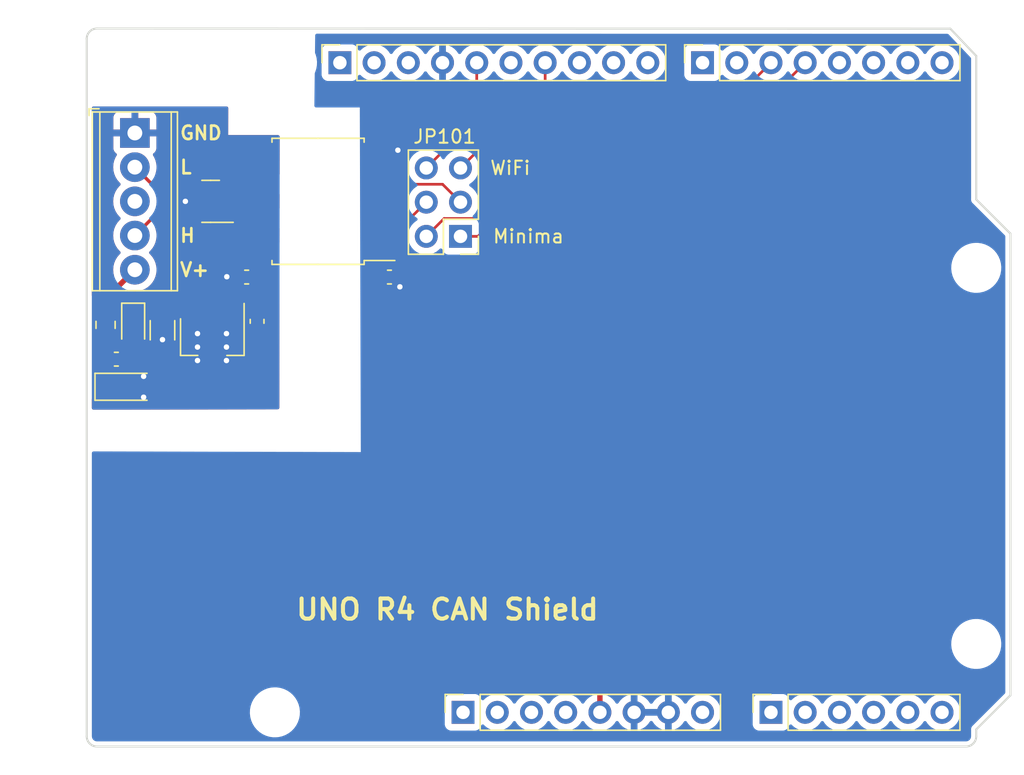
<source format=kicad_pcb>
(kicad_pcb (version 20221018) (generator pcbnew)
  (title_block (date "mar. 31 mars 2015"))
  (layers (0 "F.Cu" signal) (31 "B.Cu" signal) (34 "B.Paste" user) (35 "F.Paste" user) (36 "B.SilkS" user "B.Silkscreen") (37 "F.SilkS" user "F.Silkscreen") (38 "B.Mask" user) (39 "F.Mask" user) (44 "Edge.Cuts" user))
  (net 0 "")
  (net 1 "GND")
  (net 2 "Net-(D102-K)")
  (net 3 "+5V")
  (net 4 "/IOREF")
  (net 5 "/A0")
  (net 6 "/A1")
  (net 7 "/A2")
  (net 8 "/A3")
  (net 9 "/SDA{slash}A4")
  (net 10 "/SCL{slash}A5")
  (net 11 "/12")
  (net 12 "/AREF")
  (net 13 "/8")
  (net 14 "/7")
  (net 15 "/4")
  (net 16 "/2")
  (net 17 "/TX{slash}1")
  (net 18 "/RX{slash}0")
  (net 19 "+3V3")
  (net 20 "/~{RESET}")
  (net 22 "V_{IN}")
  (net 23 "/CAN_H")
  (net 24 "/CAN_L")
  (net 25 "/CAN_V+")
  (net 26 "/CAN_RX")
  (net 27 "/CAN_TX")
  (net 28 "/13")
  (net 29 "/~11")
  (net 30 "/~10")
  (net 31 "/~9")
  (net 32 "/~6")
  (net 33 "/~5")
  (net 34 "/~3")
  (net 35 "GNDCAN")
  (net 36 "/CAN_V_{PROT}")
  (net 37 "VCAN")
  (footprint "Connector_PinSocket_2.54mm:PinSocket_1x08_P2.54mm_Vertical" (layer "F.Cu") (at 127.94 97.46 90)
    (fp_text reference "J102" hide)
    (fp_text value "Power")
    (fp_line (start -1.33 1.27) (end -1.33 19.11) (stroke (width 0.12)) (layer "F.SilkS"))
    (fp_line (start -1.33 1.27) (end 1.33 1.27) (stroke (width 0.12)) (layer "F.SilkS"))
    (fp_line (start -1.33 19.11) (end 1.33 19.11) (stroke (width 0.12)) (layer "F.SilkS"))
    (fp_line (start 0 -1.33) (end 1.33 -1.33) (stroke (width 0.12)) (layer "F.SilkS"))
    (fp_line (start 1.33 -1.33) (end 1.33 0) (stroke (width 0.12)) (layer "F.SilkS"))
    (fp_line (start 1.33 1.27) (end 1.33 19.11) (stroke (width 0.12)) (layer "F.SilkS"))
    (pad "1" thru_hole rect locked (at 0 0 90) (size 1.7 1.7) (drill 1) (layers "*.Cu" "*.Mask"))
    (pad "2" thru_hole oval locked (at 0 2.54 90) (size 1.7 1.7) (drill 1) (layers "*.Cu" "*.Mask") (net 4 "/IOREF"))
    (pad "3" thru_hole oval locked (at 0 5.08 90) (size 1.7 1.7) (drill 1) (layers "*.Cu" "*.Mask") (net 20 "/~{RESET}"))
    (pad "4" thru_hole oval locked (at 0 7.62 90) (size 1.7 1.7) (drill 1) (layers "*.Cu" "*.Mask") (net 19 "+3V3"))
    (pad "5" thru_hole oval locked (at 0 10.16 90) (size 1.7 1.7) (drill 1) (layers "*.Cu" "*.Mask") (net 3 "+5V"))
    (pad "6" thru_hole oval locked (at 0 12.7 90) (size 1.7 1.7) (drill 1) (layers "*.Cu" "*.Mask") (net 1 "GND"))
    (pad "7" thru_hole oval locked (at 0 15.24 90) (size 1.7 1.7) (drill 1) (layers "*.Cu" "*.Mask") (net 1 "GND"))
    (pad "8" thru_hole oval locked (at 0 17.78 90) (size 1.7 1.7) (drill 1) (layers "*.Cu" "*.Mask") (net 22 "V_{IN}"))
  )
  (footprint "Connector_PinSocket_2.54mm:PinSocket_1x06_P2.54mm_Vertical" (layer "F.Cu") (at 150.8 97.46 90)
    (fp_text reference "J103" hide)
    (fp_text value "Analog")
    (fp_line (start -1.33 1.27) (end -1.33 14.03) (stroke (width 0.12)) (layer "F.SilkS"))
    (fp_line (start -1.33 1.27) (end 1.33 1.27) (stroke (width 0.12)) (layer "F.SilkS"))
    (fp_line (start -1.33 14.03) (end 1.33 14.03) (stroke (width 0.12)) (layer "F.SilkS"))
    (fp_line (start 0 -1.33) (end 1.33 -1.33) (stroke (width 0.12)) (layer "F.SilkS"))
    (fp_line (start 1.33 -1.33) (end 1.33 0) (stroke (width 0.12)) (layer "F.SilkS"))
    (fp_line (start 1.33 1.27) (end 1.33 14.03) (stroke (width 0.12)) (layer "F.SilkS"))
    (pad "1" thru_hole rect locked (at 0 0 90) (size 1.7 1.7) (drill 1) (layers "*.Cu" "*.Mask") (net 5 "/A0"))
    (pad "2" thru_hole oval locked (at 0 2.54 90) (size 1.7 1.7) (drill 1) (layers "*.Cu" "*.Mask") (net 6 "/A1"))
    (pad "3" thru_hole oval locked (at 0 5.08 90) (size 1.7 1.7) (drill 1) (layers "*.Cu" "*.Mask") (net 7 "/A2"))
    (pad "4" thru_hole oval locked (at 0 7.62 90) (size 1.7 1.7) (drill 1) (layers "*.Cu" "*.Mask") (net 8 "/A3"))
    (pad "5" thru_hole oval locked (at 0 10.16 90) (size 1.7 1.7) (drill 1) (layers "*.Cu" "*.Mask"))
    (pad "6" thru_hole oval locked (at 0 12.7 90) (size 1.7 1.7) (drill 1) (layers "*.Cu" "*.Mask"))
  )
  (footprint "Connector_PinSocket_2.54mm:PinSocket_1x10_P2.54mm_Vertical" (layer "F.Cu") (at 118.796 49.2 90)
    (fp_text reference "J104" hide)
    (fp_text value "Digital/PWM")
    (fp_line (start -1.33 1.27) (end -1.33 24.19) (stroke (width 0.12)) (layer "F.SilkS"))
    (fp_line (start -1.33 1.27) (end 1.33 1.27) (stroke (width 0.12)) (layer "F.SilkS"))
    (fp_line (start -1.33 24.19) (end 1.33 24.19) (stroke (width 0.12)) (layer "F.SilkS"))
    (fp_line (start 0 -1.33) (end 1.33 -1.33) (stroke (width 0.12)) (layer "F.SilkS"))
    (fp_line (start 1.33 -1.33) (end 1.33 0) (stroke (width 0.12)) (layer "F.SilkS"))
    (fp_line (start 1.33 1.27) (end 1.33 24.19) (stroke (width 0.12)) (layer "F.SilkS"))
    (pad "1" thru_hole rect locked (at 0 0 90) (size 1.7 1.7) (drill 1) (layers "*.Cu" "*.Mask") (net 10 "/SCL{slash}A5"))
    (pad "2" thru_hole oval locked (at 0 2.54 90) (size 1.7 1.7) (drill 1) (layers "*.Cu" "*.Mask") (net 9 "/SDA{slash}A4"))
    (pad "3" thru_hole oval locked (at 0 5.08 90) (size 1.7 1.7) (drill 1) (layers "*.Cu" "*.Mask") (net 12 "/AREF"))
    (pad "4" thru_hole oval locked (at 0 7.62 90) (size 1.7 1.7) (drill 1) (layers "*.Cu" "*.Mask") (net 1 "GND"))
    (pad "5" thru_hole oval locked (at 0 10.16 90) (size 1.7 1.7) (drill 1) (layers "*.Cu" "*.Mask") (net 28 "/13"))
    (pad "6" thru_hole oval locked (at 0 12.7 90) (size 1.7 1.7) (drill 1) (layers "*.Cu" "*.Mask") (net 11 "/12"))
    (pad "7" thru_hole oval locked (at 0 15.24 90) (size 1.7 1.7) (drill 1) (layers "*.Cu" "*.Mask") (net 29 "/~11"))
    (pad "8" thru_hole oval locked (at 0 17.78 90) (size 1.7 1.7) (drill 1) (layers "*.Cu" "*.Mask") (net 30 "/~10"))
    (pad "9" thru_hole oval locked (at 0 20.32 90) (size 1.7 1.7) (drill 1) (layers "*.Cu" "*.Mask") (net 31 "/~9"))
    (pad "10" thru_hole oval locked (at 0 22.86 90) (size 1.7 1.7) (drill 1) (layers "*.Cu" "*.Mask") (net 13 "/8"))
  )
  (footprint "Connector_PinSocket_2.54mm:PinSocket_1x08_P2.54mm_Vertical" (layer "F.Cu") (at 145.72 49.2 90)
    (fp_text reference "J105" hide)
    (fp_text value "Digital/PWM")
    (fp_line (start -1.33 1.27) (end -1.33 19.11) (stroke (width 0.12)) (layer "F.SilkS"))
    (fp_line (start -1.33 1.27) (end 1.33 1.27) (stroke (width 0.12)) (layer "F.SilkS"))
    (fp_line (start -1.33 19.11) (end 1.33 19.11) (stroke (width 0.12)) (layer "F.SilkS"))
    (fp_line (start 0 -1.33) (end 1.33 -1.33) (stroke (width 0.12)) (layer "F.SilkS"))
    (fp_line (start 1.33 -1.33) (end 1.33 0) (stroke (width 0.12)) (layer "F.SilkS"))
    (fp_line (start 1.33 1.27) (end 1.33 19.11) (stroke (width 0.12)) (layer "F.SilkS"))
    (pad "1" thru_hole rect locked (at 0 0 90) (size 1.7 1.7) (drill 1) (layers "*.Cu" "*.Mask") (net 14 "/7"))
    (pad "2" thru_hole oval locked (at 0 2.54 90) (size 1.7 1.7) (drill 1) (layers "*.Cu" "*.Mask") (net 32 "/~6"))
    (pad "3" thru_hole oval locked (at 0 5.08 90) (size 1.7 1.7) (drill 1) (layers "*.Cu" "*.Mask") (net 33 "/~5"))
    (pad "4" thru_hole oval locked (at 0 7.62 90) (size 1.7 1.7) (drill 1) (layers "*.Cu" "*.Mask") (net 15 "/4"))
    (pad "5" thru_hole oval locked (at 0 10.16 90) (size 1.7 1.7) (drill 1) (layers "*.Cu" "*.Mask") (net 34 "/~3"))
    (pad "6" thru_hole oval locked (at 0 12.7 90) (size 1.7 1.7) (drill 1) (layers "*.Cu" "*.Mask") (net 16 "/2"))
    (pad "7" thru_hole oval locked (at 0 15.24 90) (size 1.7 1.7) (drill 1) (layers "*.Cu" "*.Mask") (net 17 "/TX{slash}1"))
    (pad "8" thru_hole oval locked (at 0 17.78 90) (size 1.7 1.7) (drill 1) (layers "*.Cu" "*.Mask") (net 18 "/RX{slash}0"))
  )
  (footprint "Capacitor_SMD:C_0603_1608Metric" (layer "F.Cu") (at 111.875 65.125 180)
    (fp_text reference "C104" hide)
    (fp_text value "100nF")
    (fp_line (start -0.14058 -0.51) (end 0.14058 -0.51) (stroke (width 0.12)) (layer "F.SilkS"))
    (fp_line (start -0.14058 0.51) (end 0.14058 0.51) (stroke (width 0.12)) (layer "F.SilkS"))
    (pad "1" smd roundrect (at -0.775 0 180) (size 0.9 0.95) (layers "F.Cu" "F.Paste" "F.Mask") (net 37 "VCAN"))
    (pad "2" smd roundrect (at 0.775 0 180) (size 0.9 0.95) (layers "F.Cu" "F.Paste" "F.Mask") (net 35 "GNDCAN"))
  )
  (footprint "Diode_SMD:D_SOD-323F" (layer "F.Cu") (at 103.45 68.675 -90)
    (fp_text reference "D102" hide)
    (fp_text value "1N5819WS")
    (fp_line (start -1.61 -0.85) (end -1.61 0.85) (stroke (width 0.12)) (layer "F.SilkS"))
    (fp_line (start -1.61 -0.85) (end 1.05 -0.85) (stroke (width 0.12)) (layer "F.SilkS"))
    (fp_line (start -1.61 0.85) (end 1.05 0.85) (stroke (width 0.12)) (layer "F.SilkS"))
    (pad "1" smd roundrect (at -1.1 0 270) (size 0.5 0.5) (layers "F.Cu" "F.Paste" "F.Mask") (net 2 "Net-(D102-K)"))
    (pad "2" smd roundrect (at 1.1 0 270) (size 0.5 0.5) (layers "F.Cu" "F.Paste" "F.Mask") (net 36 "/CAN_V_{PROT}"))
  )
  (footprint "Capacitor_SMD:C_0603_1608Metric" (layer "F.Cu") (at 112.65 68.4125 -90)
    (fp_text reference "C103" hide)
    (fp_text value "100nF")
    (fp_line (start -0.14058 -0.51) (end 0.14058 -0.51) (stroke (width 0.12)) (layer "F.SilkS"))
    (fp_line (start -0.14058 0.51) (end 0.14058 0.51) (stroke (width 0.12)) (layer "F.SilkS"))
    (pad "1" smd roundrect (at -0.775 0 270) (size 0.9 0.95) (layers "F.Cu" "F.Paste" "F.Mask") (net 37 "VCAN"))
    (pad "2" smd roundrect (at 0.775 0 270) (size 0.9 0.95) (layers "F.Cu" "F.Paste" "F.Mask") (net 35 "GNDCAN"))
  )
  (footprint "Package_TO_SOT_SMD:SOT-23" (layer "F.Cu") (at 109.2 59.5 180)
    (fp_text reference "D103" hide)
    (fp_text value "PESD2CAN")
    (fp_line (start 0 -1.56) (end -1.675 -1.56) (stroke (width 0.12)) (layer "F.SilkS"))
    (fp_line (start 0 -1.56) (end 0.65 -1.56) (stroke (width 0.12)) (layer "F.SilkS"))
    (fp_line (start 0 1.56) (end -0.65 1.56) (stroke (width 0.12)) (layer "F.SilkS"))
    (fp_line (start 0 1.56) (end 0.65 1.56) (stroke (width 0.12)) (layer "F.SilkS"))
    (pad "1" smd roundrect (at -0.9375 -0.95 180) (size 1.475 0.6) (layers "F.Cu" "F.Paste" "F.Mask") (net 23 "/CAN_H"))
    (pad "2" smd roundrect (at -0.9375 0.95 180) (size 1.475 0.6) (layers "F.Cu" "F.Paste" "F.Mask") (net 24 "/CAN_L"))
    (pad "3" smd roundrect (at 0.9375 0 180) (size 1.475 0.6) (layers "F.Cu" "F.Paste" "F.Mask") (net 35 "GNDCAN"))
  )
  (footprint "Package_TO_SOT_SMD:SOT-89-3" (layer "F.Cu") (at 109.325 69.5875 -90)
    (fp_text reference "U101" hide)
    (fp_text value "L78L05_SOT89")
    (fp_line (start -2.5 -2.36) (end 1.36 -2.36) (stroke (width 0.12)) (layer "F.SilkS"))
    (fp_line (start 1.36 -2.36) (end 1.36 -1.08) (stroke (width 0.12)) (layer "F.SilkS"))
    (fp_line (start 1.36 1.08) (end 1.36 2.36) (stroke (width 0.12)) (layer "F.SilkS"))
    (fp_line (start 1.36 2.36) (end -1.36 2.36) (stroke (width 0.12)) (layer "F.SilkS"))
    (pad "1" smd rect (at -1.95 -1.5 270) (size 1.3 0.9) (layers "F.Cu" "F.Paste" "F.Mask") (net 37 "VCAN"))
    (pad "2" smd custom (at -1.8625 0 270) (size 1.475 0.9) (layers "F.Cu" "F.Paste" "F.Mask") (net 35 "GNDCAN") (options (clearance outline) (anchor rect)) (primitives (gr_poly (pts (xy 3.8625 0.8665) (xy 0.7375 0.8665) (xy 0.7375 -0.8665) (xy 3.8625 -0.8665)) (width 0) (fill yes))))
    (pad "3" smd rect (at -1.95 1.5 270) (size 1.3 0.9) (layers "F.Cu" "F.Paste" "F.Mask") (net 2 "Net-(D102-K)"))
  )
  (footprint "TerminalBlock_Phoenix:TerminalBlock_Phoenix_MPT-0,5-5-2.54_1x05_P2.54mm_Horizontal" (layer "F.Cu") (at 103.575 54.42 -90)
    (fp_text reference "J101" hide)
    (fp_text value "CANOpen")
    (fp_line (start -1.8 2.66) (end -1.8 3.4) (stroke (width 0.12)) (layer "F.SilkS"))
    (fp_line (start -1.8 3.4) (end -1.3 3.4) (stroke (width 0.12)) (layer "F.SilkS"))
    (fp_line (start -1.56 -3.16) (end -1.56 3.16) (stroke (width 0.12)) (layer "F.SilkS"))
    (fp_line (start -1.56 -3.16) (end 11.72 -3.16) (stroke (width 0.12)) (layer "F.SilkS"))
    (fp_line (start -1.56 -2.7) (end 11.72 -2.7) (stroke (width 0.12)) (layer "F.SilkS"))
    (fp_line (start -1.56 2.6) (end 11.72 2.6) (stroke (width 0.12)) (layer "F.SilkS"))
    (fp_line (start -1.56 3.16) (end 11.72 3.16) (stroke (width 0.12)) (layer "F.SilkS"))
    (fp_line (start 11.72 -3.16) (end 11.72 3.16) (stroke (width 0.12)) (layer "F.SilkS"))
    (pad "1" thru_hole rect (at 0 0 270) (size 2.2 2.2) (drill 1.1) (layers "*.Cu" "*.Mask") (net 35 "GNDCAN"))
    (pad "2" thru_hole circle (at 2.54 0 270) (size 2.2 2.2) (drill 1.1) (layers "*.Cu" "*.Mask") (net 24 "/CAN_L"))
    (pad "3" thru_hole circle (at 5.08 0 270) (size 2.2 2.2) (drill 1.1) (layers "*.Cu" "*.Mask"))
    (pad "4" thru_hole circle (at 7.62 0 270) (size 2.2 2.2) (drill 1.1) (layers "*.Cu" "*.Mask") (net 23 "/CAN_H"))
    (pad "5" thru_hole circle (at 10.16 0 270) (size 2.2 2.2) (drill 1.1) (layers "*.Cu" "*.Mask") (net 25 "/CAN_V+"))
  )
  (footprint "Arduino_MountingHole:MountingHole_3.2mm" (layer "F.Cu") (at 115.24 49.2)
    (fp_text reference "MH1" hide)
    (fp_text value "MountingHole_3.2mm" hide)
    (pad "" np_thru_hole circle locked (at 0 0) (size 3.2 3.2) (drill 3.2) (layers "*.Cu" "*.Mask"))
  )
  (footprint "Diode_SMD:D_SOD-123F" (layer "F.Cu") (at 102.825 73.275)
    (fp_text reference "D101" hide)
    (fp_text value "SMF30CA")
    (fp_line (start -2.21 -1) (end -2.21 1) (stroke (width 0.12)) (layer "F.SilkS"))
    (fp_line (start -2.21 -1) (end 1.65 -1) (stroke (width 0.12)) (layer "F.SilkS"))
    (fp_line (start -2.21 1) (end 1.65 1) (stroke (width 0.12)) (layer "F.SilkS"))
    (pad "1" smd roundrect (at -1.4 0) (size 1.1 1.1) (layers "F.Cu" "F.Paste" "F.Mask") (roundrect_rratio 0.2272727273) (net 36 "/CAN_V_{PROT}"))
    (pad "2" smd roundrect (at 1.4 0) (size 1.1 1.1) (layers "F.Cu" "F.Paste" "F.Mask") (roundrect_rratio 0.2272727273) (net 35 "GNDCAN"))
  )
  (footprint "Fuse:Fuse_0805_2012Metric" (layer "F.Cu") (at 101.4 68.675 90)
    (fp_text reference "F101" hide)
    (fp_text value "2.5A")
    (fp_line (start -0.258578 -0.71) (end 0.258578 -0.71) (stroke (width 0.12)) (layer "F.SilkS"))
    (fp_line (start -0.258578 0.71) (end 0.258578 0.71) (stroke (width 0.12)) (layer "F.SilkS"))
    (pad "1" smd roundrect (at -0.9375 0 90) (size 0.975 1.4) (layers "F.Cu" "F.Paste" "F.Mask") (net 36 "/CAN_V_{PROT}"))
    (pad "2" smd roundrect (at 0.9375 0 90) (size 0.975 1.4) (layers "F.Cu" "F.Paste" "F.Mask") (net 25 "/CAN_V+"))
  )
  (footprint "Capacitor_SMD:C_0603_1608Metric" (layer "F.Cu") (at 122.475 65.125 180)
    (fp_text reference "C105" hide)
    (fp_text value "100nF")
    (fp_line (start -0.14058 -0.51) (end 0.14058 -0.51) (stroke (width 0.12)) (layer "F.SilkS"))
    (fp_line (start -0.14058 0.51) (end 0.14058 0.51) (stroke (width 0.12)) (layer "F.SilkS"))
    (pad "1" smd roundrect (at -0.775 0 180) (size 0.9 0.95) (layers "F.Cu" "F.Paste" "F.Mask") (net 1 "GND"))
    (pad "2" smd roundrect (at 0.775 0 180) (size 0.9 0.95) (layers "F.Cu" "F.Paste" "F.Mask") (net 3 "+5V"))
  )
  (footprint "Package_SO:SOP-8_6.62x9.15mm_P2.54mm" (layer "F.Cu") (at 117.175 59.5 180)
    (fp_text reference "U102" hide)
    (fp_text value "ISO1050DUB")
    (fp_line (start -3.42 -4.685) (end -3.42 -4.395) (stroke (width 0.12)) (layer "F.SilkS"))
    (fp_line (start -3.42 -4.395) (end -5.7 -4.395) (stroke (width 0.12)) (layer "F.SilkS"))
    (fp_line (start -3.42 4.685) (end -3.42 4.395) (stroke (width 0.12)) (layer "F.SilkS"))
    (fp_line (start 0 -4.685) (end -3.42 -4.685) (stroke (width 0.12)) (layer "F.SilkS"))
    (fp_line (start 0 -4.685) (end 3.42 -4.685) (stroke (width 0.12)) (layer "F.SilkS"))
    (fp_line (start 0 4.685) (end -3.42 4.685) (stroke (width 0.12)) (layer "F.SilkS"))
    (fp_line (start 0 4.685) (end 3.42 4.685) (stroke (width 0.12)) (layer "F.SilkS"))
    (fp_line (start 3.42 -4.685) (end 3.42 -4.395) (stroke (width 0.12)) (layer "F.SilkS"))
    (fp_line (start 3.42 4.685) (end 3.42 4.395) (stroke (width 0.12)) (layer "F.SilkS"))
    (pad "1" smd roundrect (at -4.525 -3.81 180) (size 2.35 0.65) (layers "F.Cu" "F.Paste" "F.Mask") (net 3 "+5V"))
    (pad "2" smd roundrect (at -4.525 -1.27 180) (size 2.35 0.65) (layers "F.Cu" "F.Paste" "F.Mask") (net 26 "/CAN_RX"))
    (pad "3" smd roundrect (at -4.525 1.27 180) (size 2.35 0.65) (layers "F.Cu" "F.Paste" "F.Mask") (net 27 "/CAN_TX"))
    (pad "4" smd roundrect (at -4.525 3.81 180) (size 2.35 0.65) (layers "F.Cu" "F.Paste" "F.Mask") (net 1 "GND"))
    (pad "5" smd roundrect (at 4.525 3.81 180) (size 2.35 0.65) (layers "F.Cu" "F.Paste" "F.Mask") (net 35 "GNDCAN"))
    (pad "6" smd roundrect (at 4.525 1.27 180) (size 2.35 0.65) (layers "F.Cu" "F.Paste" "F.Mask") (net 24 "/CAN_L"))
    (pad "7" smd roundrect (at 4.525 -1.27 180) (size 2.35 0.65) (layers "F.Cu" "F.Paste" "F.Mask") (net 23 "/CAN_H"))
    (pad "8" smd roundrect (at 4.525 -3.81 180) (size 2.35 0.65) (layers "F.Cu" "F.Paste" "F.Mask") (net 37 "VCAN"))
  )
  (footprint "Connector_PinHeader_2.54mm:PinHeader_2x03_P2.54mm_Vertical" (layer "F.Cu") (at 127.75 62.1 180)
    (fp_text reference "JP101" (at 1.183 7.411) (layer "F.SilkS"))
    (fp_text value "Minima/WiFi")
    (fp_line (start -1.33 -1.33) (end 0 -1.33) (stroke (width 0.12)) (layer "F.SilkS"))
    (fp_line (start -1.33 0) (end -1.33 -1.33) (stroke (width 0.12)) (layer "F.SilkS"))
    (fp_line (start -1.33 1.27) (end -1.33 6.41) (stroke (width 0.12)) (layer "F.SilkS"))
    (fp_line (start -1.33 1.27) (end 1.27 1.27) (stroke (width 0.12)) (layer "F.SilkS"))
    (fp_line (start -1.33 6.41) (end 3.87 6.41) (stroke (width 0.12)) (layer "F.SilkS"))
    (fp_line (start 1.27 -1.33) (end 3.87 -1.33) (stroke (width 0.12)) (layer "F.SilkS"))
    (fp_line (start 1.27 1.27) (end 1.27 -1.33) (stroke (width 0.12)) (layer "F.SilkS"))
    (fp_line (start 3.87 -1.33) (end 3.87 6.41) (stroke (width 0.12)) (layer "F.SilkS"))
    (pad "1" thru_hole rect (at 0 0 180) (size 1.7 1.7) (drill 1) (layers "*.Cu" "*.Mask") (net 15 "/4"))
    (pad "2" thru_hole oval (at 2.54 0 180) (size 1.7 1.7) (drill 1) (layers "*.Cu" "*.Mask") (net 33 "/~5"))
    (pad "3" thru_hole oval (at 0 2.54 180) (size 1.7 1.7) (drill 1) (layers "*.Cu" "*.Mask") (net 27 "/CAN_TX"))
    (pad "4" thru_hole oval (at 2.54 2.54 180) (size 1.7 1.7) (drill 1) (layers "*.Cu" "*.Mask") (net 26 "/CAN_RX"))
    (pad "5" thru_hole oval (at 0 5.08 180) (size 1.7 1.7) (drill 1) (layers "*.Cu" "*.Mask") (net 29 "/~11"))
    (pad "6" thru_hole oval (at 2.54 5.08 180) (size 1.7 1.7) (drill 1) (layers "*.Cu" "*.Mask") (net 28 "/13"))
  )
  (footprint "Arduino_MountingHole:MountingHole_3.2mm" (layer "F.Cu") (at 113.97 97.46)
    (fp_text reference "MH2" hide)
    (fp_text value "MountingHole_3.2mm" hide)
    (pad "" np_thru_hole circle locked (at 0 0) (size 3.2 3.2) (drill 3.2) (layers "*.Cu" "*.Mask"))
  )
  (footprint "Capacitor_SMD:C_0603_1608Metric" (layer "F.Cu") (at 102.2 71.225)
    (fp_text reference "C101" hide)
    (fp_text value "10nF 50V")
    (fp_line (start -0.14058 -0.51) (end 0.14058 -0.51) (stroke (width 0.12)) (layer "F.SilkS"))
    (fp_line (start -0.14058 0.51) (end 0.14058 0.51) (stroke (width 0.12)) (layer "F.SilkS"))
    (pad "1" smd roundrect (at -0.775 0) (size 0.9 0.95) (layers "F.Cu" "F.Paste" "F.Mask") (net 36 "/CAN_V_{PROT}"))
    (pad "2" smd roundrect (at 0.775 0) (size 0.9 0.95) (layers "F.Cu" "F.Paste" "F.Mask") (net 35 "GNDCAN"))
  )
  (footprint "Arduino_MountingHole:MountingHole_3.2mm" (layer "F.Cu") (at 166.04 64.44)
    (fp_text reference "MH3" hide)
    (fp_text value "MountingHole_3.2mm" hide)
    (pad "" np_thru_hole circle locked (at 0 0) (size 3.2 3.2) (drill 3.2) (layers "*.Cu" "*.Mask"))
  )
  (footprint "Arduino_MountingHole:MountingHole_3.2mm" (layer "F.Cu") (at 166.04 92.38)
    (fp_text reference "MH4" hide)
    (fp_text value "MountingHole_3.2mm" hide)
    (pad "" np_thru_hole circle locked (at 0 0) (size 3.2 3.2) (drill 3.2) (layers "*.Cu" "*.Mask"))
  )
  (footprint "Capacitor_SMD:C_1206_3216Metric" (layer "F.Cu") (at 105.625 69.075 -90)
    (fp_text reference "C102" hide)
    (fp_text value "1µF 50V")
    (fp_line (start -0.711252 -0.91) (end 0.711252 -0.91) (stroke (width 0.12)) (layer "F.SilkS"))
    (fp_line (start -0.711252 0.91) (end 0.711252 0.91) (stroke (width 0.12)) (layer "F.SilkS"))
    (pad "1" smd roundrect (at -1.475 0 270) (size 1.15 1.8) (layers "F.Cu" "F.Paste" "F.Mask") (roundrect_rratio 0.2173913043) (net 2 "Net-(D102-K)"))
    (pad "2" smd roundrect (at 1.475 0 270) (size 1.15 1.8) (layers "F.Cu" "F.Paste" "F.Mask") (roundrect_rratio 0.2173913043) (net 35 "GNDCAN"))
  )
  (gr_line (start 166.04 59.36) (end 168.58 61.9) (stroke (width 0.15)) (layer "Edge.Cuts"))
  (gr_line (start 100 99.238) (end 100 47.422) (stroke (width 0.15)) (layer "Edge.Cuts"))
  (gr_line (start 168.58 61.9) (end 168.58 96.19) (stroke (width 0.15)) (layer "Edge.Cuts"))
  (gr_line (start 165.278 100) (end 100.762 100) (stroke (width 0.15)) (layer "Edge.Cuts"))
  (gr_line (start 100.762 46.66) (end 164.11 46.67) (stroke (width 0.15)) (layer "Edge.Cuts"))
  (gr_arc (start 100.762 100) (mid 100.223185 99.776815) (end 100 99.238) (stroke (width 0.15)) (layer "Edge.Cuts"))
  (gr_line (start 168.58 96.19) (end 166.04 98.73) (stroke (width 0.15)) (layer "Edge.Cuts"))
  (gr_line (start 164.11 46.67) (end 166.04 48.7) (stroke (width 0.15)) (layer "Edge.Cuts"))
  (gr_arc (start 166.04 99.238) (mid 165.816815 99.776815) (end 165.278 100) (stroke (width 0.15)) (layer "Edge.Cuts"))
  (gr_line (start 166.04 48.7) (end 166.04 59.36) (stroke (width 0.15)) (layer "Edge.Cuts"))
  (gr_line (start 166.04 98.73) (end 166.04 99.238) (stroke (width 0.15)) (layer "Edge.Cuts"))
  (gr_arc (start 100 47.422) (mid 100.223185 46.883185) (end 100.762 46.66) (stroke (width 0.15)) (layer "Edge.Cuts"))
  (gr_text "WiFi" (at 129.875 57.02) (layer "F.SilkS") (effects (font (size 1 1)) (justify left)))
  (gr_text "H" (at 106.825 62.04) (layer "F.SilkS") (effects (font (size 1 1) (thickness 0.2) bold) (justify left)))
  (gr_text "V+" (at 106.825 64.58) (layer "F.SilkS") (effects (font (size 1 1) (thickness 0.2) bold) (justify left)))
  (gr_text "Minima" (at 130.075 62.1) (layer "F.SilkS") (effects (font (size 1 1)) (justify left)))
  (gr_text "L" (at 106.825 56.96) (layer "F.SilkS") (effects (font (size 1 1) (thickness 0.2) bold) (justify left)))
  (gr_text "GND" (at 106.825 54.42) (layer "F.SilkS") (effects (font (size 1 1) (thickness 0.2) bold) (justify left)))
  (gr_text "UNO R4 CAN Shield" (at 126.775 90.7) (layer "F.SilkS") (effects (font (size 1.5 1.5) (thickness 0.3) bold) (justify bottom)))
  (via (at 123.25 65.85) (size 0.8) (drill 0.4) (layers "F.Cu" "B.Cu") (net 1))
  (via (at 123.1 55.7) (size 0.8) (drill 0.4) (layers "F.Cu" "B.Cu") (net 1))
  (segment (start 107.7875 67.6) (end 107.825 67.6375) (width 0.4) (layer "F.Cu") (net 2))
  (segment (start 105.625 67.575) (end 105.65 67.6) (width 0.4) (layer "F.Cu") (net 2))
  (segment (start 103.45 67.575) (end 105.625 67.575) (width 0.4) (layer "F.Cu") (net 2))
  (segment (start 105.425 67.6) (end 107.7875 67.6) (width 0.4) (layer "F.Cu") (net 2))
  (segment (start 121.7 63.31) (end 121.7 65.125) (width 0.4) (layer "F.Cu") (net 3))
  (segment (start 136.525 94.05) (end 138.1 95.625) (width 0.4) (layer "F.Cu") (net 3))
  (segment (start 125 94.05) (end 136.525 94.05) (width 0.4) (layer "F.Cu") (net 3))
  (segment (start 121.7 65.125) (end 121.7 90.75) (width 0.4) (layer "F.Cu") (net 3))
  (segment (start 138.1 95.625) (end 138.1 97.46) (width 0.4) (layer "F.Cu") (net 3))
  (segment (start 121.7 90.75) (end 125 94.05) (width 0.4) (layer "F.Cu") (net 3))
  (segment (start 149.65 52.89) (end 153.34 49.2) (width 0.2) (layer "F.Cu") (net 15))
  (segment (start 149.65 52.925) (end 149.65 52.89) (width 0.2) (layer "F.Cu") (net 15))
  (segment (start 127.75 62.1) (end 129.05 62.1) (width 0.2) (layer "F.Cu") (net 15))
  (segment (start 130.8 56.8) (end 134.675 52.925) (width 0.2) (layer "F.Cu") (net 15))
  (segment (start 134.675 52.925) (end 149.65 52.925) (width 0.2) (layer "F.Cu") (net 15))
  (segment (start 129.05 62.1) (end 130.8 60.35) (width 0.2) (layer "F.Cu") (net 15))
  (segment (start 130.8 60.35) (end 130.8 56.8) (width 0.2) (layer "F.Cu") (net 15))
  (segment (start 110.1375 60.45) (end 105.165 60.45) (width 0.25) (layer "F.Cu") (net 23))
  (segment (start 110.725 60.45) (end 111.045 60.77) (width 0.25) (layer "F.Cu") (net 23))
  (segment (start 111.045 60.77) (end 112.65 60.77) (width 0.25) (layer "F.Cu") (net 23))
  (segment (start 110.1375 60.45) (end 110.725 60.45) (width 0.25) (layer "F.Cu") (net 23))
  (segment (start 105.165 60.45) (end 103.575 62.04) (width 0.25) (layer "F.Cu") (net 23))
  (segment (start 110.95 58.55) (end 111.27 58.23) (width 0.25) (layer "F.Cu") (net 24))
  (segment (start 110.1375 58.55) (end 110.95 58.55) (width 0.25) (layer "F.Cu") (net 24))
  (segment (start 111.27 58.23) (end 112.65 58.23) (width 0.25) (layer "F.Cu") (net 24))
  (segment (start 105.165 58.55) (end 103.575 56.96) (width 0.25) (layer "F.Cu") (net 24))
  (segment (start 110.1375 58.55) (end 105.165 58.55) (width 0.25) (layer "F.Cu") (net 24))
  (segment (start 101.4 67.7375) (end 101.4 66.98) (width 0.4) (layer "F.Cu") (net 25))
  (segment (start 101.175 66.98) (end 103.575 64.58) (width 0.4) (layer "F.Cu") (net 25))
  (segment (start 121.7 60.77) (end 124 60.77) (width 0.2) (layer "F.Cu") (net 26))
  (segment (start 124 60.77) (end 125.21 59.56) (width 0.2) (layer "F.Cu") (net 26))
  (segment (start 121.7 58.23) (end 126.42 58.23) (width 0.2) (layer "F.Cu") (net 27))
  (segment (start 126.42 58.23) (end 127.75 59.56) (width 0.2) (layer "F.Cu") (net 27))
  (segment (start 125.21 57.02) (end 128.956 53.274) (width 0.2) (layer "F.Cu") (net 28))
  (segment (start 128.956 53.274) (end 128.956 49.2) (width 0.2) (layer "F.Cu") (net 28))
  (segment (start 127.75 57.02) (end 134.036 50.734) (width 0.2) (layer "F.Cu") (net 29))
  (segment (start 134.036 50.734) (end 134.036 49.2) (width 0.2) (layer "F.Cu") (net 29))
  (segment (start 129.175 60.775) (end 130.05 59.9) (width 0.2) (layer "F.Cu") (net 33))
  (segment (start 134.275 52.2) (end 147.8 52.2) (width 0.2) (layer "F.Cu") (net 33))
  (segment (start 125.21 62.1) (end 126.535 60.775) (width 0.2) (layer "F.Cu") (net 33))
  (segment (start 147.8 52.2) (end 150.8 49.2) (width 0.2) (layer "F.Cu") (net 33))
  (segment (start 130.05 56.425) (end 134.275 52.2) (width 0.2) (layer "F.Cu") (net 33))
  (segment (start 130.05 59.9) (end 130.05 56.425) (width 0.2) (layer "F.Cu") (net 33))
  (segment (start 126.535 60.775) (end 129.175 60.775) (width 0.2) (layer "F.Cu") (net 33))
  (via (at 104.225 72.5) (size 0.8) (drill 0.4) (layers "F.Cu" "B.Cu") (net 35))
  (via (at 108.225 69.325) (size 0.8) (drill 0.4) (layers "F.Cu" "B.Cu") (net 35))
  (via (at 108.225 71.325) (size 0.8) (drill 0.4) (layers "F.Cu" "B.Cu") (net 35))
  (via (at 105.625 69.775) (size 0.8) (drill 0.4) (layers "F.Cu" "B.Cu") (net 35))
  (via (at 110.4 65.1) (size 0.8) (drill 0.4) (layers "F.Cu" "B.Cu") (net 35))
  (via (at 110.375 71.325) (size 0.8) (drill 0.4) (layers "F.Cu" "B.Cu") (net 35))
  (via (at 110.375 70.325) (size 0.8) (drill 0.4) (layers "F.Cu" "B.Cu") (net 35))
  (via (at 104.225 74.05) (size 0.8) (drill 0.4) (layers "F.Cu" "B.Cu") (net 35))
  (via (at 110.375 69.325) (size 0.8) (drill 0.4) (layers "F.Cu" "B.Cu") (net 35))
  (via (at 107.325 59.5) (size 0.8) (drill 0.4) (layers "F.Cu" "B.Cu") (net 35))
  (via (at 108.225 70.325) (size 0.8) (drill 0.4) (layers "F.Cu" "B.Cu") (net 35))
  (segment (start 101.4 69.6125) (end 101.4 73.25) (width 0.4) (layer "F.Cu") (net 36))
  (segment (start 103.45 69.775) (end 103.2875 69.6125) (width 0.4) (layer "F.Cu") (net 36))
  (segment (start 101.4 73.25) (end 101.425 73.275) (width 0.4) (layer "F.Cu") (net 36))
  (segment (start 103.2875 69.6125) (end 101.4 69.6125) (width 0.4) (layer "F.Cu") (net 36))
  (segment (start 110.825 67.6375) (end 112.65 67.6375) (width 0.4) (layer "F.Cu") (net 37))
  (segment (start 112.65 63.31) (end 112.65 67.6375) (width 0.4) (layer "F.Cu") (net 37))
  (zone (net 0) (net_name "") (layers "F&B.Cu") (connect_pads thru_hole_only (clearance 0)) (min_thickness 0.25)
    (keepout (tracks not_allowed) (vias not_allowed) (pads allowed) (copperpour not_allowed) (footprints allowed))
    (fill (thermal_gap 0.5) (thermal_bridge_width 0.5))
    (polygon (pts (xy 110.5 54.575) (xy 114.325 54.575) (xy 114.3 74.95) (xy 99.95 74.975) (xy 99.975 78.075) (xy 120.35 78.125) (xy 120.275 52.525) (xy 116.9 52.525) (xy 116.975 46.025) (xy 110.525 46.05)))
  )
  (zone (net 35) (net_name "GNDCAN") (layers "F&B.Cu") (priority 1) (connect_pads thru_hole_only (clearance 0.508)) (min_thickness 0.25) (fill yes (thermal_gap 0.5) (thermal_bridge_width 0.5))
    (polygon (pts (xy 100 52.45) (xy 110.525 52.45) (xy 110.5 54.575) (xy 114.325 54.575) (xy 114.3 74.95) (xy 99.95 74.975)))
  )
  (zone (net 1) (net_name "GND") (layer "B.Cu") (connect_pads thru_hole_only (clearance 0.508)) (min_thickness 0.25) (fill yes (thermal_gap 0.5) (thermal_bridge_width 0.5))
    (polygon (pts (xy 98.4 45.9) (xy 169.6 45.925) (xy 169.475 101.35) (xy 98.4 101.5)))
  )
)
</source>
